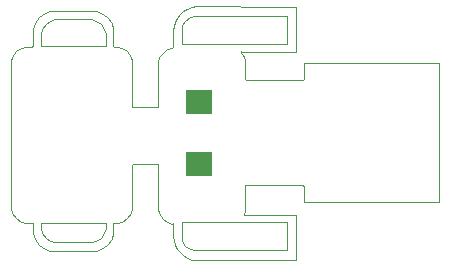
<source format=gbp>
%FSTAX23Y23*%
%MOIN*%
%SFA1B1*%

%IPPOS*%
%ADD15C,0.002700*%
%ADD39R,0.088230X0.080610*%
%LNusb-1*%
%LPD*%
G54D15*
X01252Y01211D02*
D01*
D01*
G75*
G03X01251Y01212I-00001J0D01*
G74*G01*
Y018D02*
D01*
D01*
G75*
G03X01252Y01802I0J00001D01*
G74*G01*
X01521D02*
D01*
D01*
G75*
G03X01522Y018I00001J0D01*
G74*G01*
X0172Y01798D02*
D01*
D01*
G75*
G03X01721Y01799I-0J00001D01*
G74*G01*
X01947Y01783D02*
D01*
D01*
G75*
G03X01946Y0178I0J-00001D01*
G74*G01*
X0196Y01692D02*
D01*
D01*
G75*
G03X01962Y0169I00001J0D01*
G74*G01*
X02157Y01693D02*
D01*
D01*
G75*
G03X02157Y01695I-00002J00001D01*
G74*G01*
Y01335D02*
D01*
D01*
G75*
G03X02157Y01335I-00002J0D01*
G74*G01*
X01962Y01338D02*
D01*
D01*
G75*
G03X0196Y01336I0J-00001D01*
G74*G01*
X01955Y01242D02*
D01*
D01*
G75*
G03X01957Y0124I00001J-0D01*
G74*G01*
X01721Y01209D02*
D01*
D01*
G75*
G03X0172Y0121I-00001J-0D01*
G74*G01*
X01522Y01212D02*
D01*
D01*
G75*
G03X01521Y01211I0J-00001D01*
G74*G01*
X01583Y01599D02*
X01585Y01598D01*
X01669D02*
X0167Y01599D01*
X01583Y01407D02*
X01585Y01409D01*
X01669D02*
X0167Y01407D01*
X02154Y0169D02*
X02157Y01693D01*
X01962Y0169D02*
X02154D01*
X02154Y01338D02*
X02157Y01335D01*
X02157Y01335D02*
Y01335D01*
X01962Y01338D02*
X02154D01*
X01776Y01125D02*
X01792Y01121D01*
X01761Y01137D02*
X01776Y01125D01*
X01751Y01153D02*
X01761Y01137D01*
X01748Y01166D02*
X01751Y01153D01*
X01748Y01166D02*
Y01214D01*
X02099*
Y01122D02*
Y01214D01*
X02096Y01122D02*
X02099Y01122D01*
X02087Y01122D02*
X02096Y01122D01*
X02074Y01122D02*
X02087Y01122D01*
X02056Y01122D02*
X02074Y01122D01*
X02035Y01122D02*
X02056Y01122D01*
X02012Y01122D02*
X02035Y01122D01*
X01987Y01122D02*
X02012Y01122D01*
X0196Y01122D02*
X01987Y01122D01*
X01933Y01122D02*
X0196Y01122D01*
X01907Y01121D02*
X01933Y01122D01*
X01882Y01121D02*
X01907Y01121D01*
X01858Y01121D02*
X01882Y01121D01*
X01837Y01121D02*
X01858Y01121D01*
X0182Y01121D02*
X01837Y01121D01*
X01806Y01121D02*
X0182Y01121D01*
X018Y01121D02*
X01806Y01121D01*
X01792Y01121D02*
X018D01*
X01295Y01163D02*
X01311Y01152D01*
X01327Y01148*
X01447*
X01463Y01152*
X0148Y01163*
X01491Y0118*
X01496Y01196*
Y01213*
X01279D02*
X01496D01*
X01279Y01196D02*
Y01213D01*
Y01196D02*
X01283Y0118D01*
X01295Y01163*
X01279Y01801D02*
X01496D01*
Y01843*
X01491Y01859D02*
X01496Y01843D01*
X0148Y01876D02*
X01491Y01859D01*
X01463Y01887D02*
X0148Y01876D01*
X01447Y01891D02*
X01463Y01887D01*
X01327Y01891D02*
X01447D01*
X01311Y01887D02*
X01327Y01891D01*
X01295Y01876D02*
X01311Y01887D01*
X01283Y01859D02*
X01295Y01876D01*
X01279Y01843D02*
X01283Y01859D01*
X01279Y01801D02*
Y01843D01*
X01748Y0181D02*
X02099D01*
Y01902*
X02096Y01902D02*
X02099Y01902D01*
X02087Y01902D02*
X02096Y01902D01*
X02074Y01902D02*
X02087Y01902D01*
X02056Y01902D02*
X02074Y01902D01*
X02035Y01902D02*
X02056Y01902D01*
X02012Y01902D02*
X02035Y01902D01*
X01987Y01903D02*
X02012Y01902D01*
X0196Y01903D02*
X01987Y01903D01*
X01933Y01903D02*
X0196Y01903D01*
X01907Y01903D02*
X01933Y01903D01*
X01882Y01903D02*
X01907Y01903D01*
X01858Y01903D02*
X01882Y01903D01*
X01837Y01903D02*
X01858Y01903D01*
X0182Y01903D02*
X01837Y01903D01*
X01806Y01903D02*
X0182Y01903D01*
X018Y01903D02*
X01806Y01903D01*
X01792Y01903D02*
X018D01*
X01776Y01899D02*
X01792Y01903D01*
X01761Y01887D02*
X01776Y01899D01*
X01751Y01872D02*
X01761Y01887D01*
X01748Y01858D02*
X01751Y01872D01*
X01748Y0181D02*
Y01858D01*
X01272Y01138D02*
X01292Y01124D01*
X01258Y01159D02*
X01272Y01138D01*
X01252Y01178D02*
X01258Y01159D01*
X01252Y01178D02*
Y01211D01*
X01229Y01212D02*
X01251D01*
X01213Y01217D02*
X01229Y01212D01*
X01195Y01228D02*
X01213Y01217D01*
X01184Y01246D02*
X01195Y01228D01*
X0118Y01261D02*
X01184Y01246D01*
X0118Y01261D02*
Y01752D01*
X01184Y01767*
X01195Y01785*
X01213Y01796*
X01229Y018*
X01251*
X01252Y01802D02*
Y01859D01*
X01258Y01878*
X01272Y01899*
X01292Y01913*
X01311Y01918*
X01462*
X01481Y01913*
X01501Y01899*
X01516Y01878*
X01521Y01859*
Y01802D02*
Y01859D01*
X01522Y018D02*
X01534D01*
X0155Y01796*
X01567Y01785*
X01579Y01767*
X01583Y01752*
Y01599D02*
Y01752D01*
X01585Y01598D02*
X01669D01*
X0167Y01599D02*
Y01749D01*
X01674Y01764*
X01685Y0178*
X017Y01792*
X01715Y01797*
X0172Y01798*
X01721Y01799D02*
Y01857D01*
X01722Y01868*
X01726Y01882*
X01733Y01896*
X01742Y01908*
X01753Y01919*
X01767Y01927*
X01783Y01932*
X01797Y01934*
X01805*
X01814Y01934*
X01832Y01934*
X01852Y01934*
X01876Y01934*
X01902Y01934*
X0193Y01934*
X01959Y01933*
X01987Y01933*
X02015Y01933*
X02042Y01933*
X02066Y01933*
X02088Y01932*
X02106Y01932*
X0212Y01932*
X02129Y01932*
X02131Y01932*
Y01783D02*
Y01932D01*
X01947Y01783D02*
X02131D01*
X01946Y0178D02*
X01947Y01779D01*
X01952Y01773*
X01956Y01764*
X01959Y01754*
X0196Y01746*
Y01692D02*
Y01746D01*
X02157Y01695D02*
Y01747D01*
X02607*
Y01282D02*
Y01747D01*
X02157Y01282D02*
X02607D01*
X02157D02*
Y01335D01*
X0196Y01261D02*
Y01336D01*
X01959Y01252D02*
X0196Y01261D01*
X01956Y01243D02*
X01959Y01252D01*
X01955Y01242D02*
X01956Y01243D01*
X01957Y0124D02*
X02131D01*
Y0109D02*
Y0124D01*
X02129Y0109D02*
X02131Y0109D01*
X0212Y0109D02*
X02129Y0109D01*
X02106Y0109D02*
X0212Y0109D01*
X02088Y0109D02*
X02106Y0109D01*
X02066Y0109D02*
X02088Y0109D01*
X02042Y0109D02*
X02066Y0109D01*
X02015Y0109D02*
X02042Y0109D01*
X01987Y01089D02*
X02015Y0109D01*
X01959Y01089D02*
X01987Y01089D01*
X0193Y01089D02*
X01959Y01089D01*
X01902Y01089D02*
X0193Y01089D01*
X01876Y01089D02*
X01902Y01089D01*
X01852Y01088D02*
X01876Y01089D01*
X01832Y01088D02*
X01852Y01088D01*
X01814Y01088D02*
X01832Y01088D01*
X01805Y01088D02*
X01814Y01088D01*
X01797Y01088D02*
X01805D01*
X01783Y0109D02*
X01797Y01088D01*
X01767Y01095D02*
X01783Y0109D01*
X01753Y01104D02*
X01767Y01095D01*
X01742Y01114D02*
X01753Y01104D01*
X01733Y01127D02*
X01742Y01114D01*
X01726Y0114D02*
X01733Y01127D01*
X01722Y01155D02*
X01726Y0114D01*
X01721Y01165D02*
X01722Y01155D01*
X01721Y01165D02*
Y01209D01*
X01715Y0121D02*
X0172Y0121D01*
X017Y01215D02*
X01715Y0121D01*
X01685Y01227D02*
X017Y01215D01*
X01674Y01244D02*
X01685Y01227D01*
X0167Y01259D02*
X01674Y01244D01*
X0167Y01259D02*
Y01407D01*
X01585Y01409D02*
X01669D01*
X01583Y01261D02*
Y01407D01*
X01579Y01246D02*
X01583Y01261D01*
X01567Y01228D02*
X01579Y01246D01*
X0155Y01217D02*
X01567Y01228D01*
X01534Y01212D02*
X0155Y01217D01*
X01522Y01212D02*
X01534D01*
X01521Y01178D02*
Y01211D01*
X01516Y01159D02*
X01521Y01178D01*
X01501Y01138D02*
X01516Y01159D01*
X01481Y01124D02*
X01501Y01138D01*
X01462Y01119D02*
X01481Y01124D01*
X01311Y01119D02*
X01462D01*
X01292Y01124D02*
X01311Y01119D01*
G54D39*
X01805Y01614D03*
Y0141D03*
M02*
</source>
